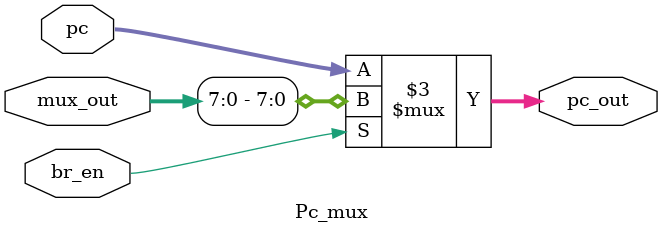
<source format=v>
`timescale 1ns / 1ps


module Pc_mux(
input [7:0]pc,
input [31:0]mux_out,
input br_en, 
output reg [7:0]pc_out
    );

always @ (*)begin 
    if(br_en)begin 
        pc_out <= mux_out; 
    end
    else begin 
        pc_out <= pc; 
    end
end    

    
endmodule

</source>
